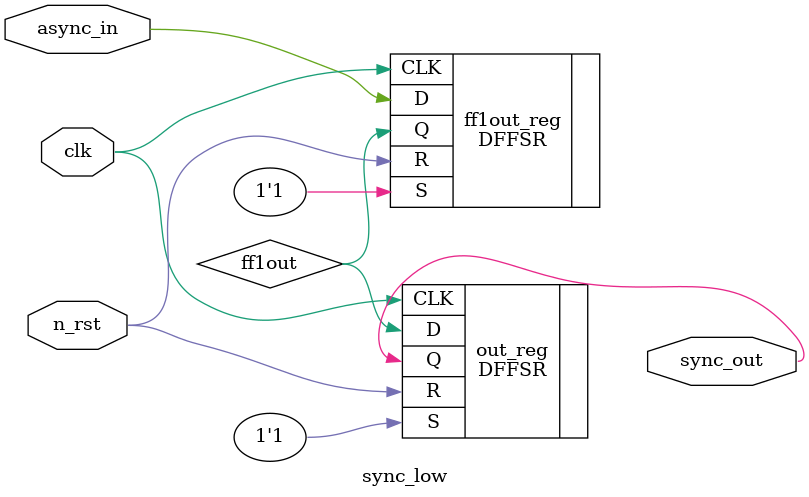
<source format=v>


module sync_low ( clk, n_rst, async_in, sync_out );
  input clk, n_rst, async_in;
  output sync_out;
  wire   ff1out;

  DFFSR ff1out_reg ( .D(async_in), .CLK(clk), .R(n_rst), .S(1'b1), .Q(ff1out)
         );
  DFFSR out_reg ( .D(ff1out), .CLK(clk), .R(n_rst), .S(1'b1), .Q(sync_out) );
endmodule


</source>
